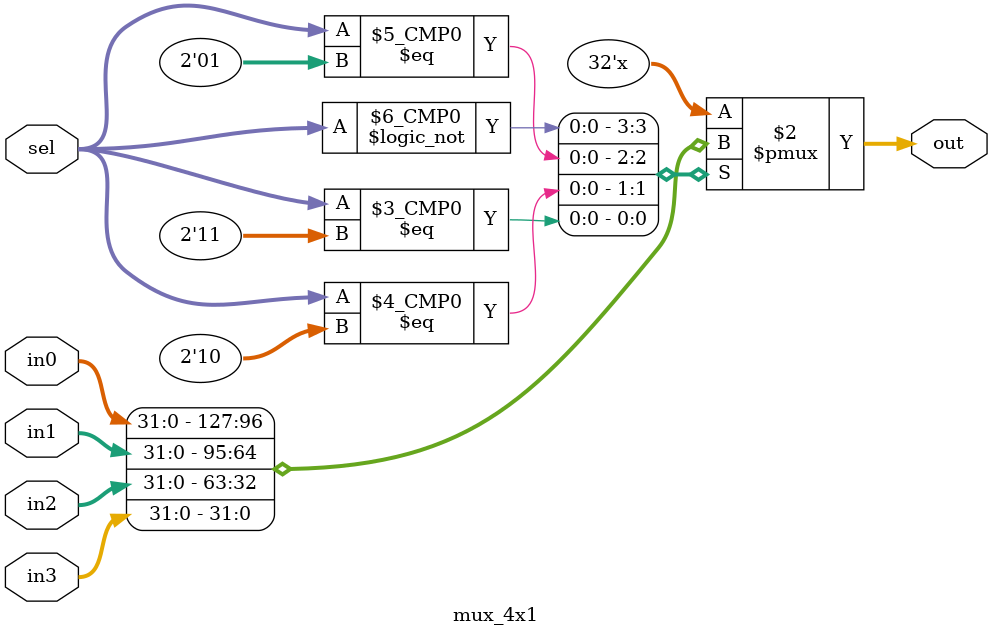
<source format=sv>
module mux_4x1 #(
    parameter WIDTH = 32   // Default width is 32 bits
)(
    input  logic [WIDTH-1:0] in0,    // First input
    input  logic [WIDTH-1:0] in1,    // Second input
    input  logic [WIDTH-1:0] in2,    // Third input
    input  logic [WIDTH-1:0] in3,    // Fourth input
    input  logic [1:0]       sel,    // 2-bit select signal
    output logic [WIDTH-1:0] out     // Output
);

    always @(*) begin
        case (sel)
            2'b00: out = in0;
            2'b01: out = in1;
            2'b10: out = in2;
            2'b11: out = in3;
        endcase
    end
    
endmodule

</source>
